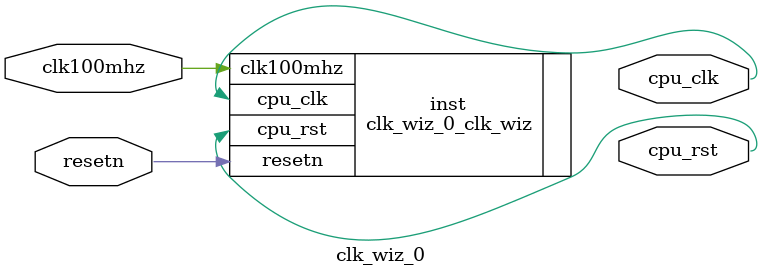
<source format=v>


`timescale 1ps/1ps

(* CORE_GENERATION_INFO = "clk_wiz_0,clk_wiz_v6_0_13_0_0,{component_name=clk_wiz_0,use_phase_alignment=true,use_min_o_jitter=false,use_max_i_jitter=false,use_dyn_phase_shift=false,use_inclk_switchover=false,use_dyn_reconfig=false,enable_axi=0,feedback_source=FDBK_AUTO,PRIMITIVE=MMCM,num_out_clk=1,clkin1_period=10.000,clkin2_period=10.000,use_power_down=false,use_reset=true,use_locked=true,use_inclk_stopped=false,feedback_type=SINGLE,CLOCK_MGR_TYPE=NA,manual_override=false}" *)

module clk_wiz_0 
 (
  // Clock out ports
  output        cpu_clk,
  // Status and control signals
  input         resetn,
  output        cpu_rst,
 // Clock in ports
  input         clk100mhz
 );

  clk_wiz_0_clk_wiz inst
  (
  // Clock out ports  
  .cpu_clk(cpu_clk),
  // Status and control signals               
  .resetn(resetn), 
  .cpu_rst(cpu_rst),
 // Clock in ports
  .clk100mhz(clk100mhz)
  );

endmodule

</source>
